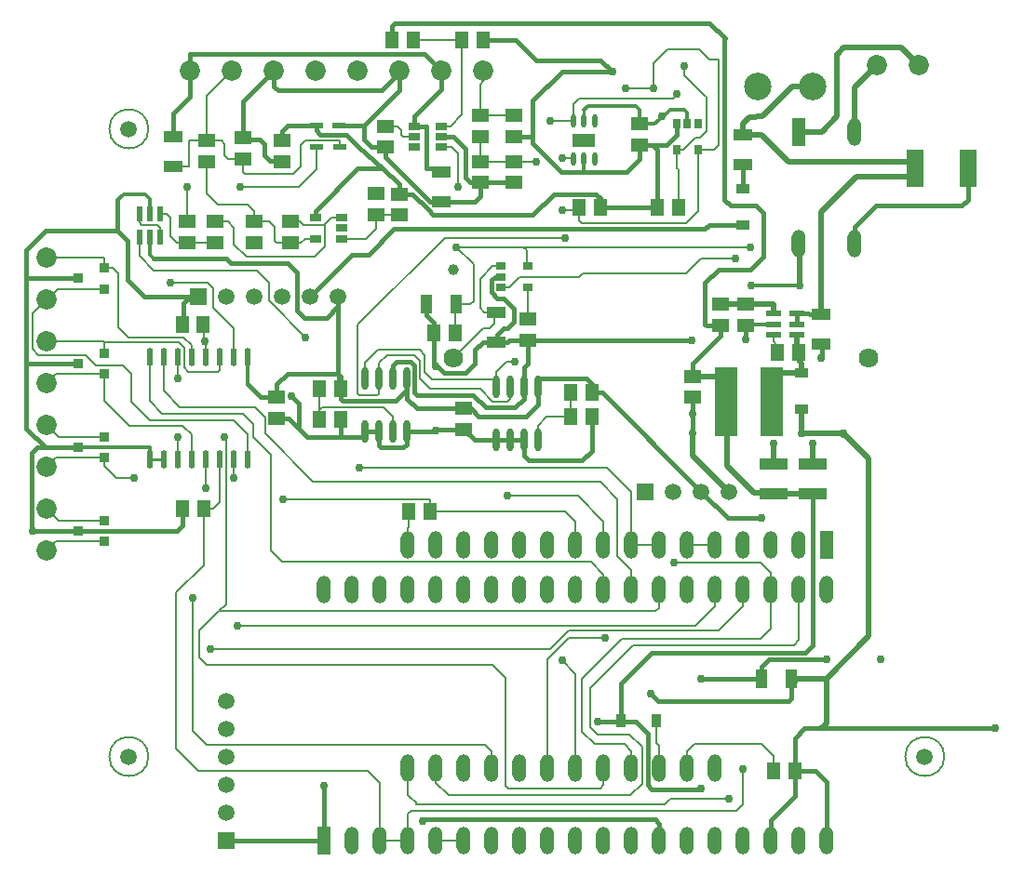
<source format=gbl>
G04*
G04 #@! TF.GenerationSoftware,Altium Limited,Altium Designer,19.1.8 (144)*
G04*
G04 Layer_Physical_Order=2*
G04 Layer_Color=16711680*
%FSLAX25Y25*%
%MOIN*%
G70*
G01*
G75*
%ADD11C,0.01000*%
%ADD14C,0.00500*%
%ADD15C,0.02000*%
%ADD33R,0.05118X0.05906*%
%ADD38R,0.05906X0.05118*%
%ADD39C,0.00800*%
%ADD40C,0.01500*%
%ADD44C,0.07284*%
%ADD45O,0.05000X0.10000*%
%ADD46R,0.05000X0.10000*%
%ADD47R,0.05906X0.05906*%
%ADD48C,0.05906*%
%ADD49R,0.05906X0.05906*%
%ADD50C,0.09843*%
%ADD51C,0.07028*%
%ADD52C,0.03898*%
%ADD53C,0.03000*%
%ADD54R,0.10236X0.04331*%
%ADD55R,0.04331X0.02559*%
%ADD56R,0.02165X0.05709*%
%ADD57R,0.02165X0.05709*%
%ADD58R,0.02559X0.03543*%
%ADD59O,0.01772X0.04921*%
%ADD60R,0.07874X0.04921*%
%ADD61R,0.03740X0.03543*%
%ADD62R,0.03740X0.03543*%
%ADD63R,0.03543X0.02559*%
%ADD64R,0.05900X0.13300*%
%ADD65O,0.02165X0.06693*%
%ADD66R,0.05118X0.02362*%
%ADD67R,0.05709X0.02165*%
%ADD68R,0.05709X0.02165*%
%ADD69R,0.06693X0.04331*%
%ADD70O,0.02362X0.08071*%
%ADD71R,0.07874X0.24803*%
%ADD72R,0.04803X0.03583*%
%ADD73R,0.03583X0.04803*%
%ADD74R,0.04331X0.06693*%
%ADD75C,0.01444*%
%ADD76C,0.01181*%
%ADD77C,0.01443*%
D11*
X163000Y247890D02*
Y251736D01*
X7462Y126433D02*
X12462D01*
D14*
X7000Y245000D02*
G03*
X7000Y245000I-7000J0D01*
G01*
X292000Y20000D02*
G03*
X292000Y20000I-7000J0D01*
G01*
X7000Y20000D02*
G03*
X7000Y20000I-7000J0D01*
G01*
D15*
X224000Y114500D02*
X230768D01*
X202022Y156361D02*
X213995D01*
X214362Y124138D02*
X224000Y114500D01*
X230862Y178740D02*
Y182118D01*
X221000D02*
X230862D01*
X236151Y233331D02*
X280290D01*
X226631Y242850D02*
X236151Y233331D01*
X220000Y246984D02*
X222227Y249211D01*
X224604D01*
X224865Y249472D01*
X226877D01*
X237651Y260247D02*
X245000D01*
X226877Y249472D02*
X237651Y260247D01*
X220000Y242850D02*
X226631D01*
X218000D02*
X220000D01*
Y244112D02*
Y246984D01*
X248221Y244000D02*
X253638Y249417D01*
X240000Y244000D02*
X248221D01*
X255960Y274156D02*
X276560D01*
X260705Y228000D02*
X278524D01*
X276560Y274156D02*
X283000Y267717D01*
X253725Y271922D02*
X255960Y274156D01*
X253638Y271922D02*
X253725D01*
X253638Y249417D02*
Y271922D01*
X248000Y215295D02*
X260705Y228000D01*
X248000Y30195D02*
X249762Y31957D01*
Y47995D01*
X240190Y189000D02*
Y203810D01*
X240000Y204000D02*
X240190Y203810D01*
X214362Y124138D02*
Y138695D01*
X249762Y47995D02*
X265000Y63234D01*
Y127000D01*
X256000Y136000D02*
X265000Y127000D01*
X230862Y127001D02*
Y132176D01*
X230763Y124810D02*
Y127776D01*
X241000Y136000D02*
X256000D01*
X245000Y124810D02*
Y132176D01*
X230763Y114180D02*
X245000D01*
X239232Y167803D02*
Y170028D01*
X202000Y128000D02*
X215000Y115000D01*
X202000Y128000D02*
Y136000D01*
X241000D02*
Y144563D01*
Y157437D02*
Y160972D01*
X239740Y162232D02*
X241000Y160972D01*
X248000Y178378D02*
Y215295D01*
X234000Y157437D02*
X241000D01*
X237320Y47995D02*
X249762D01*
X260000Y244000D02*
Y259717D01*
X268000Y267717D01*
X212000Y182118D02*
X221000D01*
D33*
X107740Y108000D02*
D03*
X100260D02*
D03*
X101740Y277000D02*
D03*
X94260D02*
D03*
X119260D02*
D03*
X126740D02*
D03*
X231000Y15000D02*
D03*
X238480D02*
D03*
X68260Y141000D02*
D03*
X75740D02*
D03*
X158260Y142000D02*
D03*
X165740D02*
D03*
X75740Y152000D02*
D03*
X68260D02*
D03*
X165740Y150563D02*
D03*
X158260D02*
D03*
X26702Y174795D02*
D03*
X19222D02*
D03*
X19321Y108871D02*
D03*
X26802D02*
D03*
X232260Y164895D02*
D03*
X239740D02*
D03*
X161260Y217000D02*
D03*
X168740D02*
D03*
X196740D02*
D03*
X189260D02*
D03*
X116740Y172000D02*
D03*
X109260D02*
D03*
D38*
X183000Y246740D02*
D03*
Y239260D02*
D03*
X45000Y204260D02*
D03*
Y211740D02*
D03*
X31000Y204260D02*
D03*
Y211740D02*
D03*
X21000Y204260D02*
D03*
Y211740D02*
D03*
X58000Y204260D02*
D03*
Y211740D02*
D03*
X92000Y246000D02*
D03*
Y238520D02*
D03*
X28000Y240740D02*
D03*
Y233260D02*
D03*
X88398Y221740D02*
D03*
Y214260D02*
D03*
X97000Y214190D02*
D03*
Y221670D02*
D03*
X138000Y225850D02*
D03*
Y233331D02*
D03*
X120000Y137260D02*
D03*
Y144740D02*
D03*
X125823Y225850D02*
D03*
Y233331D02*
D03*
X138000Y249800D02*
D03*
Y242320D02*
D03*
X125823Y242260D02*
D03*
Y249740D02*
D03*
X53000Y148740D02*
D03*
Y141260D02*
D03*
X221000Y182118D02*
D03*
Y174638D02*
D03*
X212000D02*
D03*
Y182118D02*
D03*
X202022Y156361D02*
D03*
Y148881D02*
D03*
X41000Y241740D02*
D03*
Y234260D02*
D03*
X143000Y176740D02*
D03*
Y169260D02*
D03*
X55000Y233260D02*
D03*
Y240740D02*
D03*
D39*
X108483Y155195D02*
X131398D01*
X131862D01*
X130362Y52895D02*
X135000Y48257D01*
Y9495D02*
Y48257D01*
Y9495D02*
X136000Y8495D01*
X168762D01*
X170000Y9734D01*
X179620Y6154D02*
X183762Y10295D01*
X114542Y6154D02*
X179620D01*
X110000Y10695D02*
X114542Y6154D01*
X167862Y27895D02*
X179362D01*
X165062Y30695D02*
X167862Y27895D01*
X165062Y30695D02*
Y44595D01*
X162362Y47795D02*
X176662Y62095D01*
X162362Y28795D02*
Y47795D01*
Y28795D02*
X166762Y24395D01*
X160000Y96000D02*
Y104357D01*
X156357Y108000D02*
X160000Y104357D01*
X107740Y108000D02*
X156357D01*
X170000Y96000D02*
Y104357D01*
X160962Y113395D02*
X170000Y104357D01*
X135562Y113395D02*
X160962D01*
X180000Y96000D02*
Y114725D01*
X171229Y123495D02*
X180000Y114725D01*
X82662Y123495D02*
X171229D01*
X55375Y112195D02*
X107640D01*
X55369Y112190D02*
X55375Y112195D01*
X27462Y116197D02*
Y126433D01*
X89500Y149995D02*
Y155547D01*
X88950Y149445D02*
X89500Y149995D01*
X82612Y149445D02*
X88950D01*
X81862Y150195D02*
X82612Y149445D01*
X81862Y150195D02*
Y174795D01*
X105962Y157717D02*
Y164000D01*
X104166Y165795D02*
X105962Y164000D01*
X89200Y165795D02*
X104166D01*
X102244Y164000D02*
X104262Y161983D01*
X92405Y164000D02*
X102244D01*
X89500Y161095D02*
X92405Y164000D01*
X84500Y161095D02*
X89200Y165795D01*
X130840Y175116D02*
Y178757D01*
X129262Y173538D02*
X130840Y175116D01*
X126901Y173538D02*
X129262D01*
X116102Y162740D02*
X126901Y173538D01*
X130840Y178757D02*
X131398Y179315D01*
X125823Y180743D02*
X127251Y179315D01*
X131398D01*
X125823Y180743D02*
Y191202D01*
X130362Y195740D01*
X142620D02*
Y201380D01*
X123407Y183164D02*
Y196603D01*
X117315Y202695D02*
X123407Y196603D01*
X117315Y202695D02*
X141305D01*
X142620Y201380D01*
X53000Y204260D02*
X58000D01*
X52258Y205002D02*
X53000Y204260D01*
X52258Y205002D02*
Y209844D01*
X50362Y211740D02*
X52258Y209844D01*
X10164Y210552D02*
X11221Y209495D01*
Y208395D02*
Y209495D01*
X3740Y211417D02*
X4605Y210552D01*
X10164D01*
X3740Y211417D02*
Y214606D01*
X-8719Y195111D02*
Y198551D01*
X-9040Y198871D02*
X-8719Y198551D01*
X-29345Y198871D02*
X-9040D01*
X202972Y241950D02*
X204571D01*
X198557Y237535D02*
X202972Y241950D01*
X196260Y237535D02*
X198557D01*
X155086Y234586D02*
X158614D01*
X159063Y234137D01*
Y234110D02*
Y234137D01*
X119260Y250047D02*
Y277000D01*
X115213Y246000D02*
X119260Y250047D01*
X111724Y246000D02*
X115213D01*
X118000Y224295D02*
Y236093D01*
X115573Y238520D02*
X118000Y236093D01*
X111724Y238520D02*
X115573D01*
X15000Y189895D02*
X28079D01*
X30276Y187698D01*
X3740Y199495D02*
X9040Y194195D01*
X45762D01*
X50062Y189895D01*
X206724Y244102D02*
Y256415D01*
X204571Y241950D02*
X206724Y244102D01*
X206262Y256877D02*
X206724Y256415D01*
X203740Y237535D02*
X209454D01*
X211062Y239143D02*
Y269795D01*
X209454Y237535D02*
X211062Y239143D01*
X199000Y264139D02*
X206262Y256877D01*
X199000Y264139D02*
Y267425D01*
X207962Y269795D02*
X211062D01*
X48847Y135710D02*
X65962Y118595D01*
X48847Y135710D02*
Y141610D01*
X45262Y145195D02*
X48847Y141610D01*
X-8719Y166695D02*
Y168695D01*
Y164611D02*
Y166695D01*
Y168695D02*
X17762D01*
X-8895Y168871D02*
X-8719Y168695D01*
X-29345Y168871D02*
X-8895D01*
X116915Y181718D02*
X117315Y182118D01*
X116740Y176740D02*
X116915Y176915D01*
Y181718D01*
X116740Y172000D02*
Y176740D01*
X141305Y202695D02*
X150877D01*
X117315Y182118D02*
X122362D01*
X123407Y183164D01*
X136182Y188260D02*
X139922Y192000D01*
X161263D01*
X162553Y193290D01*
X199600D02*
X204805Y198495D01*
X162553Y193290D02*
X199600D01*
X150777Y202595D02*
X150877Y202695D01*
X150777Y202595D02*
X222683D01*
X11221Y214606D02*
X13689D01*
X15000Y213295D01*
X26802Y88636D02*
Y108871D01*
X17000Y78834D02*
X26802Y88636D01*
X22962Y29295D02*
Y77000D01*
Y29295D02*
X27962Y24295D01*
X17000Y22757D02*
Y78834D01*
Y22757D02*
X24762Y14995D01*
X125823Y260995D02*
X127000Y262172D01*
X125823Y249740D02*
Y260995D01*
X97469Y242895D02*
Y244690D01*
Y242895D02*
X98104Y242260D01*
X102276D01*
X96159Y246000D02*
X97469Y244690D01*
X92000Y246000D02*
X96159D01*
X70296Y210729D02*
X72708Y213142D01*
X70296Y202829D02*
Y210729D01*
X66562Y199095D02*
X70296Y202829D01*
X62506Y210595D02*
X70162D01*
X61362Y211740D02*
X62506Y210595D01*
X58000Y211740D02*
X61362D01*
X35455D02*
X37562Y209633D01*
Y203628D02*
Y209633D01*
Y203628D02*
X42094Y199095D01*
X31000Y211740D02*
X35455D01*
X17762Y168695D02*
X19862Y166595D01*
X19662Y170295D02*
X22462Y167495D01*
X-138Y170295D02*
X19662D01*
X-3738Y173895D02*
X-138Y170295D01*
X262Y138695D02*
X19262D01*
X-8719Y147676D02*
X262Y138695D01*
X-8719Y147676D02*
Y157131D01*
X7440Y140595D02*
X37562D01*
X862Y147174D02*
X7440Y140595D01*
X862Y147174D02*
Y157282D01*
X-2152Y160295D02*
X862Y157282D01*
X-11838Y160295D02*
X-2152D01*
X32100Y72034D02*
X34723Y74657D01*
X100000Y-513D02*
X101108Y595D01*
X100000Y-10000D02*
Y-513D01*
X101108Y595D02*
X217544D01*
X90000Y-10000D02*
Y10695D01*
X161160Y256000D02*
X194766D01*
X159063Y253903D02*
X161160Y256000D01*
X159063Y247890D02*
Y253903D01*
X194766Y256000D02*
X196362Y257595D01*
X75394Y238480D02*
Y240995D01*
X63362D02*
X75394D01*
X61662Y239295D02*
X63362Y240995D01*
X61662Y231695D02*
Y239295D01*
X58962Y228995D02*
X61662Y231695D01*
X15000Y206593D02*
Y213295D01*
Y206593D02*
X17333Y204260D01*
X68260Y142648D02*
X69160Y141748D01*
X68260Y144295D02*
Y152000D01*
Y142648D02*
Y144295D01*
Y141000D02*
Y142648D01*
Y144295D02*
X69160Y145195D01*
X105962Y157717D02*
X108483Y155195D01*
X27231Y168926D02*
X27462Y168695D01*
X27000Y169157D02*
X27231Y168926D01*
X30276Y180724D02*
Y187698D01*
Y180724D02*
X37462Y173538D01*
Y163047D02*
Y173538D01*
X32462Y158462D02*
Y163047D01*
X32000Y158000D02*
X32462Y158462D01*
X21257Y158000D02*
X32000D01*
X19862Y159395D02*
X21257Y158000D01*
X17462Y126433D02*
Y134611D01*
X34746Y121141D02*
Y134580D01*
X34723Y74657D02*
Y121118D01*
X34746Y121141D01*
X-8719Y124295D02*
X-4424Y120000D01*
X2000D01*
X37423Y122248D02*
X37462Y122287D01*
X37423Y120000D02*
Y122248D01*
X37462Y122287D02*
Y126433D01*
X32462Y111057D02*
Y126433D01*
X30276Y108871D02*
X32462Y111057D01*
X26802Y108871D02*
X30276D01*
X170000Y9734D02*
Y16000D01*
X239740Y162232D02*
Y164895D01*
X230137Y153574D02*
X234000Y157437D01*
X230137Y147295D02*
Y153574D01*
X168762Y118595D02*
X175000Y112357D01*
Y92000D02*
Y112357D01*
Y92000D02*
X180000Y87000D01*
Y80000D02*
Y87000D01*
X190000Y73339D02*
Y80000D01*
X188695Y72034D02*
X190000Y73339D01*
X32100Y72034D02*
X188695D01*
X217544Y595D02*
X219924Y2976D01*
X103037Y3000D02*
X192019D01*
X193574Y4555D01*
X103037Y3000D02*
X103095Y3058D01*
X100000Y6154D02*
X103095Y3058D01*
X100000Y6154D02*
Y16000D01*
X21707Y231685D02*
Y240740D01*
X16000Y231685D02*
X21707D01*
X41595Y228995D02*
X58962D01*
X41000Y229591D02*
X41595Y228995D01*
X41000Y229591D02*
Y234260D01*
X35622D02*
X41000D01*
X34362Y235520D02*
X35622Y234260D01*
X34362Y235520D02*
Y239581D01*
X33203Y240740D02*
X34362Y239581D01*
X28000Y240740D02*
X33203D01*
X67126Y230560D02*
Y238480D01*
X60862Y224295D02*
X67126Y230560D01*
X194172Y5004D02*
X214882D01*
X193649Y4480D02*
X194172Y5004D01*
X193574Y4555D02*
X193649Y4480D01*
X219924Y2976D02*
Y15629D01*
X238105Y60000D02*
X240000Y61895D01*
X180466Y60000D02*
X238105D01*
X165062Y44595D02*
X180466Y60000D01*
X155086Y216000D02*
X160260D01*
X161260Y217000D01*
X113066Y206000D02*
X156362D01*
X81862Y174795D02*
X113066Y206000D01*
X199597Y211352D02*
X203740Y215495D01*
X162204Y211352D02*
X199597D01*
X161260Y212295D02*
X162204Y211352D01*
X151000Y247890D02*
X159063D01*
X178000Y259595D02*
X187962D01*
Y268695D02*
X192762Y273495D01*
X187962Y259595D02*
Y268695D01*
X222683Y202595D02*
X222702Y202577D01*
X166762Y24395D02*
X177605D01*
X131398Y155195D02*
Y157895D01*
Y152547D02*
Y155195D01*
X143000Y176740D02*
Y188260D01*
X27462Y163047D02*
Y168695D01*
X27000Y169157D02*
Y174000D01*
X72708Y213142D02*
X76244D01*
X130362Y195740D02*
X133276D01*
X21707Y240740D02*
X28000D01*
X17462Y155678D02*
Y163047D01*
X150000Y16000D02*
Y54734D01*
X157662Y62395D01*
X170662D01*
X100260Y102055D02*
Y108000D01*
X100000Y101795D02*
X100260Y102055D01*
X100000Y96000D02*
Y101795D01*
X160000Y16000D02*
Y49457D01*
X155062Y54395D02*
X160000Y49457D01*
X42094Y199095D02*
X66562D01*
X161260Y212295D02*
Y217000D01*
X192762Y273495D02*
X204262D01*
X207962Y269795D01*
X110000Y10695D02*
Y16000D01*
X183762Y10295D02*
Y23495D01*
X179362Y27895D02*
X183762Y23495D01*
X240000Y61895D02*
Y80000D01*
X203740Y215495D02*
Y237535D01*
X136398Y148295D02*
Y152547D01*
X135398Y147295D02*
X136398Y148295D01*
X130362Y147295D02*
X135398D01*
X125762Y151895D02*
X130362Y147295D01*
X107962Y151895D02*
X125762D01*
X104262Y155595D02*
X107962Y151895D01*
X104262Y155595D02*
Y161983D01*
X89500Y155547D02*
Y161095D01*
X84500Y155547D02*
Y161095D01*
X131398Y157895D02*
X135098Y161595D01*
X138262D01*
X196260Y230876D02*
Y237535D01*
Y230876D02*
X196740Y230395D01*
Y217000D02*
Y230395D01*
X127000Y262172D02*
Y265841D01*
X131922Y249800D02*
X138000D01*
X131862Y249740D02*
X131922Y249800D01*
X125823Y249740D02*
X131862D01*
X19862Y159395D02*
Y166595D01*
X133276Y188260D02*
X136182D01*
X204805Y198495D02*
X217162D01*
X145726Y233331D02*
X145762Y233295D01*
X138000Y233331D02*
X145726D01*
X125823D02*
X138000D01*
X125823D02*
Y242260D01*
X28000Y240740D02*
Y256841D01*
X37000Y265841D01*
X-8719Y195111D02*
X-5638D01*
X-3738Y193211D01*
Y173895D02*
Y193211D01*
X22462Y163047D02*
Y167495D01*
X42462Y126433D02*
Y135695D01*
X37562Y140595D02*
X42462Y135695D01*
X-15538Y163995D02*
X-11838Y160295D01*
X-32287Y163995D02*
X-15538D01*
X-34438Y166147D02*
X-32287Y163995D01*
X-34438Y166147D02*
Y178778D01*
X-29345Y183871D01*
X-25586Y187631D01*
X-8719D01*
X22462Y126433D02*
Y135495D01*
X19262Y138695D02*
X22462Y135495D01*
X-26086Y157131D02*
X-8719D01*
X-29345Y153871D02*
X-26086Y157131D01*
X-25086Y134611D02*
X-8719D01*
X-29345Y138871D02*
X-25086Y134611D01*
X-8719Y124295D02*
Y127131D01*
X-26086D02*
X-8719D01*
X-29345Y123871D02*
X-26086Y127131D01*
X-25086Y104611D02*
X-8719D01*
X-29345Y108871D02*
X-25086Y104611D01*
X-26086Y97131D02*
X-8719D01*
X-29345Y93871D02*
X-26086Y97131D01*
X142725Y188260D02*
X143000D01*
X130000Y16000D02*
Y22000D01*
X127705Y24295D02*
X130000Y22000D01*
X27962Y24295D02*
X127705D01*
X200000Y96000D02*
X210000D01*
X90000Y-10000D02*
X100000D01*
X24762Y14995D02*
X85700D01*
X90000Y10695D01*
X180000Y96000D02*
X190000D01*
X110000Y-10000D02*
X120000D01*
X12462Y151095D02*
Y163047D01*
Y151095D02*
X18362Y145195D01*
X45262D01*
X65962Y118595D02*
X168762D01*
X146398Y133453D02*
Y138695D01*
X149702Y142000D01*
X158260D01*
Y150563D01*
X91200Y145195D02*
X94500Y141895D01*
Y136453D02*
Y141895D01*
X69160Y145195D02*
X91200D01*
X230768Y168787D02*
Y171260D01*
Y168787D02*
X232260Y167295D01*
Y164895D02*
Y167295D01*
X230768Y178740D02*
X230862D01*
X3740Y199495D02*
Y206142D01*
X50062Y183595D02*
Y189895D01*
Y183595D02*
X63362Y170295D01*
X170000Y80000D02*
Y85357D01*
X165562Y89795D02*
X170000Y85357D01*
X54962Y89795D02*
X165562D01*
X50862Y93895D02*
X54962Y89795D01*
X50862Y93895D02*
Y128095D01*
X44562Y134395D02*
X50862Y128095D01*
X44562Y134395D02*
Y139195D01*
X40762Y142995D02*
X44562Y139195D01*
X11962Y142995D02*
X40762D01*
X7462Y147495D02*
X11962Y142995D01*
X7462Y147495D02*
Y163047D01*
X25162Y65095D02*
X32100Y72034D01*
X25162Y55495D02*
Y65095D01*
Y55495D02*
X27762Y52895D01*
X130362D01*
X230000Y80000D02*
Y85957D01*
X226362Y89595D02*
X230000Y85957D01*
X195062Y89595D02*
X226362D01*
X230000Y65734D02*
Y80000D01*
X226362Y62095D02*
X230000Y65734D01*
X176662Y62095D02*
X226362D01*
X177605Y24395D02*
X180000Y22000D01*
Y16000D02*
Y22000D01*
X38962Y66995D02*
X202995D01*
X210000Y74000D01*
Y80000D01*
X220000Y74000D02*
Y80000D01*
X211095Y65095D02*
X220000Y74000D01*
X157462Y65095D02*
X211095D01*
X150762Y58395D02*
X157462Y65095D01*
X29257Y58395D02*
X150762D01*
X107740Y108000D02*
Y112095D01*
X107640Y112195D02*
X107740Y112095D01*
X28000Y221895D02*
Y233260D01*
Y221895D02*
X32000Y217895D01*
X42600D01*
X45000Y215495D01*
Y211740D02*
Y215495D01*
Y211740D02*
X50362D01*
X63063Y205661D02*
X66795D01*
X61662Y204260D02*
X63063Y205661D01*
X58000Y204260D02*
X61662D01*
X189003Y24992D02*
Y33000D01*
Y24992D02*
X190000Y23995D01*
Y16000D02*
Y23995D01*
X231000Y15000D02*
Y20295D01*
X226700Y24595D02*
X231000Y20295D01*
X202595Y24595D02*
X226700D01*
X200000Y22000D02*
X202595Y24595D01*
X200000Y16000D02*
Y22000D01*
X101740Y277000D02*
X119260D01*
X88398Y209095D02*
Y214260D01*
X84964Y205661D02*
X88398Y209095D01*
X76244Y205661D02*
X84964D01*
X92732Y214190D02*
X97000D01*
X92662Y214260D02*
X92732Y214190D01*
X88398Y214260D02*
X92662D01*
X17333Y204260D02*
X21000D01*
X31000D01*
X39862Y224295D02*
X60862D01*
X21000Y211740D02*
Y224295D01*
D40*
X248062Y162802D02*
Y167748D01*
X255492Y135332D02*
X256041Y135368D01*
X237315Y47995D02*
X237320D01*
X97000Y265295D02*
X97273Y265568D01*
X131922Y168685D02*
Y171220D01*
X40998Y241384D02*
X46807Y241354D01*
X19520Y174000D02*
Y182376D01*
X109260Y161095D02*
X112960Y157395D01*
X109262Y136453D02*
X110069Y137260D01*
X19222Y102915D02*
Y108871D01*
X187338Y8157D02*
X205000D01*
X168000Y32559D02*
X176563D01*
X176129Y32395D02*
X181562D01*
X187050Y57145D02*
X242150D01*
X176129Y46225D02*
X187050Y57145D01*
X176129Y33000D02*
Y46225D01*
X94500Y155547D02*
Y160295D01*
X95800Y161595D01*
X100931D02*
X102231Y160295D01*
X95800Y161595D02*
X100931D01*
X143000Y169260D02*
X201425D01*
X201497Y169188D01*
X131922Y168685D02*
X135544D01*
X131398D02*
X131922D01*
Y171220D02*
X134240Y173538D01*
X135562D01*
X135544Y168685D02*
X136119Y169260D01*
X143000D01*
X134262Y184295D02*
X138000Y180557D01*
Y175977D02*
Y180557D01*
X135562Y173538D02*
X138000Y175977D01*
X146398Y155395D02*
X163962D01*
X67126Y244492D02*
Y246039D01*
Y244492D02*
X68673Y242945D01*
X77812D01*
X82362Y238395D01*
X280290Y233331D02*
X281400Y232220D01*
X154963Y229495D02*
X163000D01*
X102276Y246000D02*
X106685D01*
Y230697D02*
Y246000D01*
Y230697D02*
X110894D01*
X102276Y249500D02*
X112000Y259224D01*
X107903Y218961D02*
X112000D01*
X92000Y234863D02*
X107903Y218961D01*
X92000Y234863D02*
Y238520D01*
X84374Y241049D02*
Y246060D01*
X86904Y238520D02*
X92000D01*
X84374Y241049D02*
X86904Y238520D01*
X97000Y265295D02*
Y265841D01*
Y258811D02*
Y265295D01*
X90516Y258811D02*
X97000Y265295D01*
X53484Y258811D02*
X90516D01*
X84374Y246185D02*
X97000Y258811D01*
X52000Y260295D02*
X53484Y258811D01*
X-318Y190879D02*
Y204875D01*
X-4038Y208595D02*
X-318Y204875D01*
X-36638Y160871D02*
X-17971D01*
X-36638Y137595D02*
Y160871D01*
X278524Y228000D02*
X281400Y230876D01*
X8930Y198551D02*
X34944D01*
X36600Y196895D01*
X206362Y209095D02*
X207829Y210563D01*
X94937Y209095D02*
X206362D01*
X85842Y200000D02*
X94937Y209095D01*
X62825Y177315D02*
X70870D01*
X60162Y179978D02*
X62825Y177315D01*
X60162Y179978D02*
Y193551D01*
X74966Y181411D02*
X75000Y181445D01*
X70870Y177315D02*
X74966Y181411D01*
X75000Y185000D01*
X74740Y157295D02*
X74966Y181411D01*
X75000Y181445D02*
Y185000D01*
X248000Y30195D02*
X310279D01*
X241981D02*
X248000D01*
X90819Y230697D02*
X97000Y225069D01*
X82362Y238395D02*
X90819Y230697D01*
X81961D02*
X90819D01*
X237315Y41000D02*
Y46835D01*
X236178Y39863D02*
X237315Y41000D01*
X17178Y100871D02*
X19222Y102915D01*
X245000Y59995D02*
Y114180D01*
X256041Y135368D02*
X256507Y135398D01*
X168910Y269695D02*
X173086Y265520D01*
X145962Y269695D02*
X168910D01*
X238480Y5777D02*
Y15000D01*
X230000Y-2703D02*
X238480Y5777D01*
X230000Y-10000D02*
Y-2703D01*
X144245Y242320D02*
X144662Y242736D01*
X138000Y242320D02*
X144245D01*
X66795Y215531D02*
X81961Y230697D01*
X66795Y213142D02*
Y215531D01*
X97000Y221670D02*
Y225069D01*
X108961Y214295D02*
X144662D01*
X107104Y216153D02*
X108961Y214295D01*
X107104Y216153D02*
Y216241D01*
X101674Y221670D02*
X107104Y216241D01*
X97000Y221670D02*
X101674D01*
X95260Y283000D02*
X207657D01*
X94260Y282000D02*
X95260Y283000D01*
X94260Y277000D02*
Y282000D01*
X-4038Y208595D02*
Y219511D01*
X-36638Y191371D02*
Y195833D01*
Y160871D02*
Y191371D01*
Y201595D02*
X-29638Y208595D01*
X-36638Y195833D02*
Y201595D01*
Y191371D02*
X-17971D01*
X-36638Y137595D02*
X-29914Y130871D01*
X95500Y147495D02*
X99500Y151495D01*
X76540Y147495D02*
X95500D01*
X75740Y148295D02*
X76540Y147495D01*
X60548Y137954D02*
X63854Y134648D01*
X57242Y141260D02*
X60548Y137954D01*
X60862Y138268D01*
Y146495D01*
X58262Y149095D02*
X60862Y146495D01*
X75740Y134648D02*
X82695D01*
X63854D02*
X75740D01*
X53000Y141260D02*
X57242D01*
X142116Y142000D02*
X146398Y146281D01*
X125197Y142000D02*
X142116D01*
X122457Y144740D02*
X125197Y142000D01*
X123807Y133453D02*
X131398D01*
X120000Y137260D02*
X123807Y133453D01*
X22143Y185000D02*
X25000D01*
X5562D02*
X22143D01*
X19520Y182376D02*
X22143Y185000D01*
X-17971Y100871D02*
X17178D01*
X238480Y15000D02*
X246000D01*
X250000Y11000D01*
X202000Y136000D02*
Y143000D01*
X239232Y170028D02*
Y171260D01*
X206724Y174638D02*
X212000D01*
X206362Y175000D02*
X206724Y174638D01*
X206362Y175000D02*
Y189895D01*
X212000Y170976D02*
Y174638D01*
X202022Y160998D02*
X212000Y170976D01*
X202022Y156361D02*
Y160998D01*
X213995Y146129D02*
Y147295D01*
Y145395D02*
Y146129D01*
X214104Y146237D01*
X189661Y39863D02*
X236178D01*
X187000Y42524D02*
X189661Y39863D01*
X-34738Y101071D02*
X-34538Y100871D01*
X-34738Y101071D02*
Y128971D01*
X-318Y190879D02*
X5562Y185000D01*
X-29638Y208595D02*
X-5003D01*
X22000Y256667D02*
Y265841D01*
X16000Y250667D02*
X22000Y256667D01*
X16000Y242315D02*
Y250667D01*
X46807Y241354D02*
X48562Y239581D01*
X48541Y235509D02*
X48562Y239581D01*
X48541Y235509D02*
X50491Y233539D01*
X54362Y233520D01*
X41000Y254841D02*
X52000Y265841D01*
X185762Y9734D02*
X187338Y8157D01*
X185762Y9734D02*
Y28195D01*
X105062Y-3205D02*
X105754Y-2513D01*
X205000Y48000D02*
X226685D01*
Y52295D02*
X229157Y54768D01*
X250000D01*
X242150Y57145D02*
X245000Y59995D01*
X80000Y200000D02*
X85842D01*
X65000Y185000D02*
X80000Y200000D01*
X207829Y283000D02*
X213434Y277395D01*
X222569Y194602D02*
X227162Y199195D01*
X211069Y194602D02*
X222569D01*
X206362Y189895D02*
X211069Y194602D01*
X110894Y230697D02*
X112000Y229591D01*
X22000Y265841D02*
Y271902D01*
X144662Y239797D02*
Y242736D01*
Y255100D01*
Y239797D02*
X154963Y229495D01*
X144662Y255100D02*
X155081Y265520D01*
X173086D01*
X187597Y239260D02*
X192624D01*
X183000D02*
X187597D01*
X189260Y217000D02*
Y237597D01*
X187597Y239260D02*
X189260Y237597D01*
X300600Y219694D02*
Y227000D01*
X298278Y217372D02*
X300600Y219694D01*
X267481Y217372D02*
X298278D01*
X260000Y209891D02*
X267481Y217372D01*
X224604D02*
X227162Y214814D01*
X215584Y217372D02*
X224604D01*
X213262Y219694D02*
X215584Y217372D01*
X213262Y219694D02*
Y277395D01*
X227162Y199195D02*
Y214814D01*
X260000Y204000D02*
Y209891D01*
X190000Y-10000D02*
Y-4001D01*
X188511Y-2513D02*
X190000Y-4001D01*
X105754Y-2513D02*
X188511D01*
X237315Y48000D02*
X237320Y47995D01*
X238480Y46835D01*
X75740Y134648D02*
Y141000D01*
X-32838Y130871D02*
X-29914D01*
X99500Y148295D02*
Y151495D01*
X238480Y15000D02*
Y26695D01*
X241981Y30195D01*
X75360Y246060D02*
X84374D01*
X-34738Y128971D02*
X-32838Y130871D01*
X-34538Y100871D02*
X-17971D01*
X-29914Y130871D02*
X-17971D01*
X112000Y218961D02*
X123962D01*
X125823Y220822D01*
Y225850D01*
X74740Y157295D02*
X75740Y152000D01*
X42462Y153440D02*
X47162Y148740D01*
X53000D01*
X178362Y229495D02*
X183000Y234134D01*
X112000Y259224D02*
Y265841D01*
X102276Y246000D02*
Y249500D01*
X207829Y210563D02*
X220000D01*
X105939Y271902D02*
X112000Y265841D01*
X22000Y271902D02*
X105939D01*
X250000Y-10000D02*
Y11000D01*
X237315Y47995D02*
Y48000D01*
X70000Y-10000D02*
Y9395D01*
X35000Y-10000D02*
X70000D01*
X52000Y260295D02*
Y265841D01*
X125823Y225850D02*
X138000D01*
X41000Y241740D02*
Y254841D01*
X122362Y225850D02*
X125823D01*
X120562Y227650D02*
X122362Y225850D01*
X120562Y227650D02*
Y237895D01*
X116197Y242260D02*
X120562Y237895D01*
X111724Y242260D02*
X116197D01*
X106685Y178270D02*
Y182118D01*
Y178270D02*
X109260Y175695D01*
Y172000D02*
Y175695D01*
X99500Y131934D02*
Y136453D01*
X98362Y130795D02*
X99500Y131934D01*
X90362Y130795D02*
X98362D01*
X89500Y131657D02*
X90362Y130795D01*
X89500Y131657D02*
Y136453D01*
X84500D02*
X89500D01*
X109260Y161095D02*
Y172000D01*
X112960Y157395D02*
X120562D01*
X123962Y160795D01*
Y165795D01*
X126851Y168685D01*
X131398D01*
X131962Y184295D02*
X134262D01*
X129862Y186395D02*
X131962Y184295D01*
X129862Y186395D02*
Y190700D01*
X131162Y192000D01*
X133276D01*
X143000Y160998D02*
Y169260D01*
X141398Y159395D02*
X143000Y160998D01*
X141398Y152547D02*
Y159395D01*
X110069Y137260D02*
X120000D01*
X99500Y136453D02*
X109262D01*
X102231Y150695D02*
Y160295D01*
Y150695D02*
X103231Y149695D01*
X123262D01*
X127862Y145095D01*
X138198D01*
X141398Y148295D01*
Y152547D01*
X136398Y133453D02*
X141398D01*
X131398D02*
X136398D01*
X141398Y127859D02*
Y133453D01*
Y127859D02*
X143162Y126095D01*
X162362D01*
X165740Y129474D01*
Y142000D01*
X202000Y143000D02*
X202022Y143022D01*
Y148881D01*
X221000Y169402D02*
Y174638D01*
X248000Y162740D02*
X248062Y162802D01*
X248000Y167748D02*
X248062D01*
X226685Y48000D02*
Y52295D01*
X214405Y105595D02*
X226562D01*
X205000Y115000D02*
X214405Y105595D01*
X36600Y196895D02*
X56817D01*
X60162Y193551D01*
X56744Y246039D02*
X67126D01*
X55000Y244295D02*
X56744Y246039D01*
X55000Y240740D02*
Y244295D01*
X75740Y148295D02*
Y152000D01*
X99500Y151495D02*
Y155547D01*
X103055Y144740D02*
X120000D01*
X99500Y148295D02*
X103055Y144740D01*
X53000Y148740D02*
Y153534D01*
X56762Y157295D01*
X74740D01*
X75740Y156295D01*
Y152000D02*
Y156295D01*
X165740Y150563D02*
X169437D01*
X205000Y115000D01*
X120000Y144740D02*
X122457D01*
X146398Y146281D02*
Y152547D01*
X165740Y150563D02*
Y153617D01*
X163962Y155395D02*
X165740Y153617D01*
X146398Y152547D02*
Y155395D01*
X192624Y239260D02*
X196260Y242895D01*
Y246984D01*
X168740Y217000D02*
Y220295D01*
X167340Y221695D02*
X168740Y220295D01*
X152062Y221695D02*
X167340D01*
X144662Y214295D02*
X152062Y221695D01*
X183000Y234134D02*
Y239260D01*
X163000Y229495D02*
X178362D01*
X168740Y217000D02*
X189260D01*
X138657Y277000D02*
X145962Y269695D01*
X126740Y277000D02*
X138657D01*
X243724Y178378D02*
X248000D01*
X243362Y178740D02*
X243724Y178378D01*
X239232Y178740D02*
X243362D01*
X239232Y175000D02*
Y178740D01*
X181562Y32395D02*
X185762Y28195D01*
X213995Y147295D02*
Y156361D01*
X220000Y223437D02*
Y232220D01*
D44*
X283000Y267717D02*
D03*
X268000D02*
D03*
X52000Y265841D02*
D03*
X37000D02*
D03*
X22000D02*
D03*
X112000D02*
D03*
X97000D02*
D03*
X82000D02*
D03*
X67000D02*
D03*
X127000D02*
D03*
X-29345Y93871D02*
D03*
Y108871D02*
D03*
Y123871D02*
D03*
Y138871D02*
D03*
Y168871D02*
D03*
Y198871D02*
D03*
Y183871D02*
D03*
Y153871D02*
D03*
D45*
X260000Y204000D02*
D03*
X240000D02*
D03*
X260000Y244000D02*
D03*
X100000Y16000D02*
D03*
X110000D02*
D03*
X120000D02*
D03*
X130000D02*
D03*
X140000D02*
D03*
X150000D02*
D03*
X160000D02*
D03*
X170000D02*
D03*
X180000D02*
D03*
X190000D02*
D03*
X200000D02*
D03*
X210000D02*
D03*
X100000Y96000D02*
D03*
X110000D02*
D03*
X120000D02*
D03*
X130000D02*
D03*
X140000D02*
D03*
X150000D02*
D03*
X160000D02*
D03*
X170000D02*
D03*
X180000D02*
D03*
X190000D02*
D03*
X200000D02*
D03*
X210000D02*
D03*
X220000D02*
D03*
X230000D02*
D03*
X240000D02*
D03*
X80000Y-10000D02*
D03*
X90000D02*
D03*
X100000D02*
D03*
X110000D02*
D03*
X120000D02*
D03*
X130000D02*
D03*
X140000D02*
D03*
X150000D02*
D03*
X160000D02*
D03*
X170000D02*
D03*
X180000D02*
D03*
X190000D02*
D03*
X200000D02*
D03*
X210000D02*
D03*
X220000D02*
D03*
X230000D02*
D03*
X240000D02*
D03*
X250000D02*
D03*
X70000Y80000D02*
D03*
X80000D02*
D03*
X90000D02*
D03*
X100000D02*
D03*
X110000D02*
D03*
X120000D02*
D03*
X130000D02*
D03*
X140000D02*
D03*
X150000D02*
D03*
X160000D02*
D03*
X170000D02*
D03*
X180000D02*
D03*
X190000D02*
D03*
X200000D02*
D03*
X210000D02*
D03*
X220000D02*
D03*
X230000D02*
D03*
X240000D02*
D03*
X250000D02*
D03*
D46*
X240000Y244000D02*
D03*
X250000Y96000D02*
D03*
X70000Y-10000D02*
D03*
D47*
X35000D02*
D03*
D48*
Y0D02*
D03*
Y10000D02*
D03*
Y20000D02*
D03*
Y30000D02*
D03*
Y40000D02*
D03*
X195000Y115000D02*
D03*
X205000D02*
D03*
X215000D02*
D03*
X75000Y185000D02*
D03*
X65000D02*
D03*
X55000D02*
D03*
X45000D02*
D03*
X35000D02*
D03*
X0Y245000D02*
D03*
X285000Y20000D02*
D03*
X0D02*
D03*
D49*
X185000Y115000D02*
D03*
X25000Y185000D02*
D03*
D50*
X245000Y260247D02*
D03*
X225315D02*
D03*
D51*
X116102Y162740D02*
D03*
X265000D02*
D03*
D52*
X116102Y194630D02*
D03*
D53*
X55369Y112190D02*
D03*
X27462Y116197D02*
D03*
X201497Y169188D02*
D03*
X155086Y234586D02*
D03*
X15000Y189895D02*
D03*
X240190Y189000D02*
D03*
X190862Y249472D02*
D03*
X230862Y132176D02*
D03*
X245000D02*
D03*
X110000Y137000D02*
D03*
Y160000D02*
D03*
X27231Y168926D02*
D03*
X17462Y134611D02*
D03*
X34362D02*
D03*
X2000Y120000D02*
D03*
X37423D02*
D03*
X241000Y136000D02*
D03*
X118000Y224295D02*
D03*
X214882Y5004D02*
D03*
X205000Y8495D02*
D03*
X219924Y15629D02*
D03*
X105062Y-3205D02*
D03*
X205000Y48000D02*
D03*
X269362Y54768D02*
D03*
X250000D02*
D03*
X155086Y216000D02*
D03*
X156362Y206000D02*
D03*
X199000Y267425D02*
D03*
X117315Y202695D02*
D03*
X151000Y247890D02*
D03*
X178000Y259595D02*
D03*
X187962D02*
D03*
X222702Y202577D02*
D03*
X310279Y30195D02*
D03*
X187000Y42524D02*
D03*
X196362Y257595D02*
D03*
X173086Y265520D02*
D03*
X17462Y155678D02*
D03*
X170662Y62395D02*
D03*
X155062Y54395D02*
D03*
X138262Y161595D02*
D03*
X217162Y198495D02*
D03*
X135562Y113395D02*
D03*
X145762Y233295D02*
D03*
X70000Y9395D02*
D03*
X-34538Y100871D02*
D03*
X58262Y149095D02*
D03*
X226562Y105595D02*
D03*
X22962Y77000D02*
D03*
X82662Y123495D02*
D03*
X63362Y170295D02*
D03*
X195062Y89595D02*
D03*
X38962Y66995D02*
D03*
X29257Y58395D02*
D03*
X39862Y224295D02*
D03*
X21000D02*
D03*
X168000Y32559D02*
D03*
X248000Y162740D02*
D03*
X221000Y169402D02*
D03*
X202000Y136000D02*
D03*
Y143000D02*
D03*
X223000Y189000D02*
D03*
X256000Y136000D02*
D03*
D54*
X230763Y114180D02*
D03*
Y124810D02*
D03*
X245000Y114180D02*
D03*
Y124810D02*
D03*
D55*
X102276Y246000D02*
D03*
Y242260D02*
D03*
Y238520D02*
D03*
X111724D02*
D03*
Y242260D02*
D03*
Y246000D02*
D03*
X76244Y213142D02*
D03*
Y209402D02*
D03*
Y205661D02*
D03*
X66795D02*
D03*
Y213142D02*
D03*
D56*
X3740Y214606D02*
D03*
D57*
X7480Y214606D02*
D03*
X11221D02*
D03*
Y206142D02*
D03*
X7480D02*
D03*
X3740D02*
D03*
D58*
X196260Y237535D02*
D03*
X203740D02*
D03*
Y246984D02*
D03*
X200000D02*
D03*
X196260D02*
D03*
D59*
X159063Y234110D02*
D03*
Y247890D02*
D03*
X163000Y234110D02*
D03*
X166937D02*
D03*
X163000Y247890D02*
D03*
X166937D02*
D03*
D60*
X163000Y241000D02*
D03*
D61*
X-8719Y164611D02*
D03*
X-17971Y160871D02*
D03*
Y100871D02*
D03*
X-8719Y104611D02*
D03*
Y134611D02*
D03*
X-17971Y130871D02*
D03*
X-8719Y195111D02*
D03*
X-17971Y191371D02*
D03*
D62*
X-8719Y157131D02*
D03*
Y97131D02*
D03*
Y127131D02*
D03*
Y187631D02*
D03*
D63*
X133276Y188260D02*
D03*
Y192000D02*
D03*
Y195740D02*
D03*
X142725Y188260D02*
D03*
Y195740D02*
D03*
D64*
X281400Y230876D02*
D03*
X300600D02*
D03*
D65*
X7462Y163047D02*
D03*
X12462D02*
D03*
X17462D02*
D03*
X22462D02*
D03*
X27462D02*
D03*
X32462D02*
D03*
X37462D02*
D03*
X42462D02*
D03*
X7462Y126433D02*
D03*
X12462D02*
D03*
X17462D02*
D03*
X22462D02*
D03*
X27462D02*
D03*
X32462D02*
D03*
X37462D02*
D03*
X42462D02*
D03*
D66*
X75394Y238480D02*
D03*
X75360Y246060D02*
D03*
X67126Y246039D02*
D03*
Y238480D02*
D03*
D67*
X230768Y171260D02*
D03*
D68*
X230768Y175000D02*
D03*
Y178740D02*
D03*
X239232D02*
D03*
Y175000D02*
D03*
Y171260D02*
D03*
D69*
X16000Y242315D02*
D03*
Y231685D02*
D03*
X220000Y232220D02*
D03*
Y242850D02*
D03*
X248000Y178378D02*
D03*
Y167748D02*
D03*
X131398Y179315D02*
D03*
Y168685D02*
D03*
X112000Y229591D02*
D03*
Y218961D02*
D03*
D70*
X84500Y155547D02*
D03*
X89500D02*
D03*
X94500D02*
D03*
X99500D02*
D03*
X84500Y136453D02*
D03*
X89500D02*
D03*
X94500D02*
D03*
X99500D02*
D03*
X131398Y152547D02*
D03*
X136398D02*
D03*
X141398D02*
D03*
X146398D02*
D03*
X131398Y133453D02*
D03*
X136398D02*
D03*
X141398D02*
D03*
X146398D02*
D03*
D71*
X230137Y147295D02*
D03*
X213995D02*
D03*
D72*
X241000Y144563D02*
D03*
Y157437D02*
D03*
X220000Y223437D02*
D03*
Y210563D02*
D03*
D73*
X176129Y33000D02*
D03*
X189003D02*
D03*
D74*
X226685Y48000D02*
D03*
X237315D02*
D03*
X117315Y182118D02*
D03*
X106685D02*
D03*
D75*
X220000Y175000D02*
X230768D01*
X-1879Y221670D02*
X5769D01*
X-4038Y219511D02*
X-1879Y221670D01*
X7480Y200000D02*
X8930Y198551D01*
X7480Y200000D02*
Y206142D01*
Y214606D02*
Y219959D01*
X5769Y221670D02*
X7480Y219959D01*
D76*
X199823Y247161D02*
Y250773D01*
X198861Y251736D02*
X199823Y250773D01*
X193880Y251736D02*
X198861D01*
X191240Y249095D02*
X193880Y251736D01*
X163000Y229495D02*
Y234110D01*
X223000Y189000D02*
X240190D01*
X190862Y249472D02*
X190863D01*
X191240Y249095D01*
X199823Y247161D02*
X200000Y246984D01*
X183000Y246740D02*
X188130D01*
X189729Y248340D01*
X189991D01*
X190862Y249211D01*
Y249472D01*
X181492Y253305D02*
X183000Y251797D01*
Y246740D02*
Y251797D01*
X164569Y253305D02*
X181492D01*
X163000Y251736D02*
X164569Y253305D01*
D77*
X-17971Y130871D02*
X7440D01*
X42462Y153440D02*
Y163047D01*
X7462Y126433D02*
Y130871D01*
M02*

</source>
